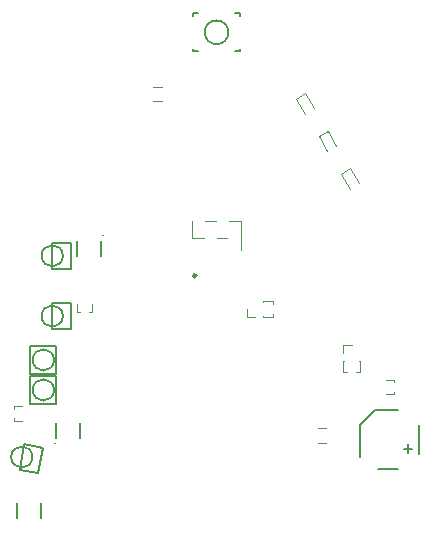
<source format=gto>
G04 #@! TF.FileFunction,Legend,Top*
%FSLAX46Y46*%
G04 Gerber Fmt 4.6, Leading zero omitted, Abs format (unit mm)*
G04 Created by KiCad (PCBNEW 4.0.7) date Thu Oct 19 14:43:40 2017*
%MOMM*%
%LPD*%
G01*
G04 APERTURE LIST*
%ADD10C,0.100000*%
%ADD11C,0.150000*%
%ADD12C,0.120000*%
%ADD13C,0.254000*%
%ADD14C,0.127000*%
G04 APERTURE END LIST*
D10*
D11*
X192640600Y-158047800D02*
G75*
G03X192640600Y-158047800I-900000J0D01*
G01*
X190640600Y-156847800D02*
X192840600Y-156847800D01*
X192840600Y-156847800D02*
X192840600Y-159247800D01*
X192840600Y-159247800D02*
X190640600Y-159247800D01*
X190640600Y-159247800D02*
X190640600Y-156847800D01*
D10*
X189268600Y-159635400D02*
X189268600Y-159435400D01*
X189268600Y-159435400D02*
X189968600Y-159435400D01*
X189968600Y-160635400D02*
X189268600Y-160635400D01*
X189268600Y-160635400D02*
X189268600Y-160435400D01*
X194824400Y-151426800D02*
X194624400Y-151426800D01*
X194624400Y-151426800D02*
X194624400Y-150726800D01*
X195824400Y-150726800D02*
X195824400Y-151426800D01*
X195824400Y-151426800D02*
X195624400Y-151426800D01*
D12*
X211211600Y-151875800D02*
X211211600Y-151575293D01*
X211211600Y-150786307D02*
X211211600Y-150485800D01*
X210336600Y-151875800D02*
X211211600Y-151875800D01*
X210336600Y-150485800D02*
X211211600Y-150485800D01*
X210336600Y-151875800D02*
X210336600Y-151789076D01*
X210336600Y-150572524D02*
X210336600Y-150485800D01*
X209651600Y-151875800D02*
X208966600Y-151875800D01*
X208966600Y-151875800D02*
X208966600Y-151180800D01*
D13*
X204668600Y-148365600D02*
G75*
G03X204668600Y-148365600I-125000J0D01*
G01*
D12*
X201742600Y-133603400D02*
X201042600Y-133603400D01*
X201042600Y-132403400D02*
X201742600Y-132403400D01*
X215661800Y-162508600D02*
X214961800Y-162508600D01*
X214961800Y-161308600D02*
X215661800Y-161308600D01*
X217719711Y-139287276D02*
X216940289Y-139737276D01*
X216940289Y-139737276D02*
X217665289Y-140993013D01*
X217719711Y-139287276D02*
X218444711Y-140543013D01*
X213909711Y-132937276D02*
X213130289Y-133387276D01*
X213130289Y-133387276D02*
X213855289Y-134643013D01*
X213909711Y-132937276D02*
X214634711Y-134193013D01*
X215814711Y-136112276D02*
X215035289Y-136562276D01*
X215035289Y-136562276D02*
X215760289Y-137818013D01*
X215814711Y-136112276D02*
X216539711Y-137368013D01*
D11*
X192640600Y-155507800D02*
G75*
G03X192640600Y-155507800I-900000J0D01*
G01*
X192840600Y-156707800D02*
X190640600Y-156707800D01*
X190640600Y-156707800D02*
X190640600Y-154307800D01*
X190640600Y-154307800D02*
X192840600Y-154307800D01*
X192840600Y-154307800D02*
X192840600Y-156707800D01*
D12*
X217135400Y-156500000D02*
X217435907Y-156500000D01*
X218224893Y-156500000D02*
X218525400Y-156500000D01*
X217135400Y-155625000D02*
X217135400Y-156500000D01*
X218525400Y-155625000D02*
X218525400Y-156500000D01*
X217135400Y-155625000D02*
X217222124Y-155625000D01*
X218438676Y-155625000D02*
X218525400Y-155625000D01*
X217135400Y-154940000D02*
X217135400Y-154255000D01*
X217135400Y-154255000D02*
X217830400Y-154255000D01*
D11*
X222930800Y-163005200D02*
X222230800Y-163005200D01*
X222580800Y-163355200D02*
X222580800Y-162655200D01*
X218530800Y-163705200D02*
X218530800Y-161005200D01*
X218530800Y-161005200D02*
X219780800Y-159755200D01*
X219780800Y-159755200D02*
X221730800Y-159755200D01*
X223530800Y-163505200D02*
X223530800Y-161005200D01*
X220030800Y-164755200D02*
X221730800Y-164755200D01*
D10*
X221429200Y-158184800D02*
X221429200Y-158384800D01*
X221429200Y-158384800D02*
X220729200Y-158384800D01*
X220729200Y-157184800D02*
X221429200Y-157184800D01*
X221429200Y-157184800D02*
X221429200Y-157384800D01*
D11*
X207400400Y-127762000D02*
G75*
G03X207400400Y-127762000I-1000000J0D01*
G01*
X204400400Y-129362000D02*
X204400400Y-129162000D01*
X208400400Y-129362000D02*
X208400400Y-129162000D01*
X208400400Y-126162000D02*
X208400400Y-126362000D01*
X204400400Y-126162000D02*
X204400400Y-126362000D01*
X204400400Y-129362000D02*
X204800400Y-129362000D01*
X208400400Y-129362000D02*
X208000400Y-129362000D01*
X208000400Y-126162000D02*
X208400400Y-126162000D01*
X204400400Y-126162000D02*
X204800400Y-126162000D01*
D14*
X189480000Y-168900000D02*
X189480000Y-167650000D01*
X191520000Y-168900000D02*
X191520000Y-167650000D01*
D12*
X189440000Y-169375000D02*
G75*
G03X189440000Y-169375000I-60000J0D01*
G01*
D14*
X196650800Y-145425000D02*
X196650800Y-146675000D01*
X194610800Y-145425000D02*
X194610800Y-146675000D01*
D12*
X196810800Y-144950000D02*
G75*
G03X196810800Y-144950000I-60000J0D01*
G01*
D14*
X192803400Y-162076400D02*
X192803400Y-160826400D01*
X194843400Y-162076400D02*
X194843400Y-160826400D01*
D12*
X192763400Y-162551400D02*
G75*
G03X192763400Y-162551400I-60000J0D01*
G01*
X208435000Y-143780200D02*
X208435000Y-145170200D01*
X204315000Y-143780200D02*
X204315000Y-145170200D01*
X207315000Y-145170200D02*
X206435000Y-145170200D01*
X205315000Y-145170200D02*
X204315000Y-145170200D01*
X208435000Y-145170200D02*
X208435000Y-146165200D01*
X208435000Y-145170200D02*
X208435000Y-145170200D01*
X204315000Y-143780200D02*
X204315000Y-143780200D01*
X208435000Y-143780200D02*
X207435000Y-143780200D01*
X208315000Y-143780200D02*
X207435000Y-143780200D01*
X206315000Y-143780200D02*
X205435000Y-143780200D01*
D11*
X190809115Y-163725811D02*
G75*
G03X190809115Y-163725811I-900000J0D01*
G01*
X191675821Y-162920360D02*
X190100128Y-162642523D01*
X190100128Y-162642523D02*
X189718102Y-164809100D01*
X189718102Y-164809100D02*
X191293795Y-165086937D01*
X191293795Y-165086937D02*
X191675821Y-162920360D01*
X193390800Y-146685000D02*
G75*
G03X193390800Y-146685000I-900000J0D01*
G01*
X194090800Y-145585000D02*
X192490800Y-145585000D01*
X192490800Y-145585000D02*
X192490800Y-147785000D01*
X192490800Y-147785000D02*
X194090800Y-147785000D01*
X194090800Y-147785000D02*
X194090800Y-145585000D01*
X193390800Y-151790400D02*
G75*
G03X193390800Y-151790400I-900000J0D01*
G01*
X194090800Y-150690400D02*
X192490800Y-150690400D01*
X192490800Y-150690400D02*
X192490800Y-152890400D01*
X192490800Y-152890400D02*
X194090800Y-152890400D01*
X194090800Y-152890400D02*
X194090800Y-150690400D01*
M02*

</source>
